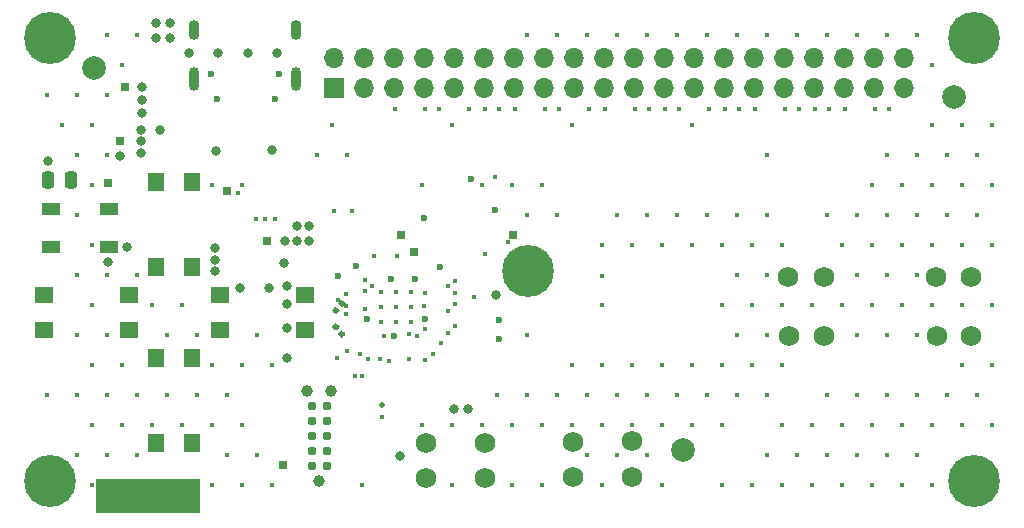
<source format=gbr>
%TF.GenerationSoftware,KiCad,Pcbnew,(6.0.6)*%
%TF.CreationDate,2022-07-20T13:38:39+10:00*%
%TF.ProjectId,SolderingInduction,536f6c64-6572-4696-9e67-496e64756374,3.5.0*%
%TF.SameCoordinates,Original*%
%TF.FileFunction,Soldermask,Top*%
%TF.FilePolarity,Negative*%
%FSLAX46Y46*%
G04 Gerber Fmt 4.6, Leading zero omitted, Abs format (unit mm)*
G04 Created by KiCad (PCBNEW (6.0.6)) date 2022-07-20 13:38:39*
%MOMM*%
%LPD*%
G01*
G04 APERTURE LIST*
G04 Aperture macros list*
%AMRoundRect*
0 Rectangle with rounded corners*
0 $1 Rounding radius*
0 $2 $3 $4 $5 $6 $7 $8 $9 X,Y pos of 4 corners*
0 Add a 4 corners polygon primitive as box body*
4,1,4,$2,$3,$4,$5,$6,$7,$8,$9,$2,$3,0*
0 Add four circle primitives for the rounded corners*
1,1,$1+$1,$2,$3*
1,1,$1+$1,$4,$5*
1,1,$1+$1,$6,$7*
1,1,$1+$1,$8,$9*
0 Add four rect primitives between the rounded corners*
20,1,$1+$1,$2,$3,$4,$5,0*
20,1,$1+$1,$4,$5,$6,$7,0*
20,1,$1+$1,$6,$7,$8,$9,0*
20,1,$1+$1,$8,$9,$2,$3,0*%
G04 Aperture macros list end*
%ADD10C,0.321747*%
%ADD11C,0.342468*%
%ADD12C,0.328828*%
%ADD13C,0.319200*%
%ADD14C,4.400000*%
%ADD15C,1.750000*%
%ADD16RoundRect,0.075000X-0.300000X-0.300000X0.300000X-0.300000X0.300000X0.300000X-0.300000X0.300000X0*%
%ADD17R,1.600000X1.400000*%
%ADD18C,2.000000*%
%ADD19RoundRect,0.250000X-0.250000X-0.475000X0.250000X-0.475000X0.250000X0.475000X-0.250000X0.475000X0*%
%ADD20R,1.400000X1.600000*%
%ADD21R,1.500000X1.000000*%
%ADD22RoundRect,0.075000X0.300000X-0.300000X0.300000X0.300000X-0.300000X0.300000X-0.300000X-0.300000X0*%
%ADD23C,0.990600*%
%ADD24C,0.787400*%
%ADD25R,1.700000X1.700000*%
%ADD26O,1.700000X1.700000*%
%ADD27C,0.600000*%
%ADD28O,0.900000X2.000000*%
%ADD29O,0.900000X1.700000*%
%ADD30C,0.800000*%
%ADD31C,0.450000*%
%ADD32C,0.508000*%
G04 APERTURE END LIST*
D10*
X27584473Y-27847476D02*
G75*
G03*
X27584473Y-27847476I-160873J0D01*
G01*
D11*
X27095286Y-25848983D02*
G75*
G03*
X27095286Y-25848983I-171234J0D01*
G01*
D12*
X27591498Y-25253439D02*
G75*
G03*
X27591498Y-25253439I-164414J0D01*
G01*
G36*
X6625000Y-43050000D02*
G01*
X15425000Y-43050000D01*
X15425000Y-40150000D01*
X6625000Y-40150000D01*
X6625000Y-43050000D01*
G37*
D13*
X27087984Y-27250540D02*
G75*
G03*
X27087984Y-27250540I-159600J0D01*
G01*
D14*
%TO.C,H2*%
X80975000Y-2800000D03*
%TD*%
D15*
%TO.C,SW8*%
X77775000Y-28050000D03*
X77725000Y-23050000D03*
X80725000Y-23050000D03*
X80725000Y-28050000D03*
%TD*%
D16*
%TO.C,TP3*%
X32425000Y-19450000D03*
%TD*%
D14*
%TO.C,H4*%
X2750000Y-40300000D03*
%TD*%
%TO.C,H3*%
X43225000Y-22550000D03*
%TD*%
D15*
%TO.C,SW7*%
X65275000Y-28050000D03*
X65225000Y-23050000D03*
X68225000Y-23050000D03*
X68225000Y-28050000D03*
%TD*%
D17*
%TO.C,SW1*%
X2225000Y-24550000D03*
X9425000Y-24550000D03*
X9425000Y-27550000D03*
X2225000Y-27550000D03*
%TD*%
D18*
%TO.C,FID2*%
X56325000Y-37650000D03*
%TD*%
D16*
%TO.C,TP12*%
X41945000Y-19460000D03*
%TD*%
D19*
%TO.C,C1*%
X2575000Y-14850000D03*
X4475000Y-14850000D03*
%TD*%
D14*
%TO.C,H5*%
X80975000Y-40300000D03*
%TD*%
D16*
%TO.C,TP11*%
X17725000Y-15750000D03*
%TD*%
D15*
%TO.C,SW6*%
X47025000Y-37000000D03*
X52025000Y-36950000D03*
X52025000Y-39950000D03*
X47025000Y-39950000D03*
%TD*%
D20*
%TO.C,SW2*%
X11725000Y-15000000D03*
X11725000Y-22200000D03*
X14725000Y-15000000D03*
X14725000Y-22200000D03*
%TD*%
D21*
%TO.C,LED1*%
X2775000Y-17250000D03*
X2775000Y-20450000D03*
X7675000Y-20450000D03*
X7675000Y-17250000D03*
%TD*%
D14*
%TO.C,H1*%
X2750000Y-2800000D03*
%TD*%
D16*
%TO.C,TP5*%
X7625000Y-15050000D03*
%TD*%
%TO.C,TP2*%
X22425000Y-38950000D03*
%TD*%
D20*
%TO.C,SW3*%
X11725000Y-37050000D03*
X11725000Y-29850000D03*
X14725000Y-37050000D03*
X14725000Y-29850000D03*
%TD*%
D22*
%TO.C,TP1*%
X33525000Y-20950000D03*
%TD*%
D18*
%TO.C,FID1*%
X79225000Y-7800000D03*
%TD*%
D17*
%TO.C,SW4*%
X17075000Y-24550000D03*
X24275000Y-24550000D03*
X17075000Y-27550000D03*
X24275000Y-27550000D03*
%TD*%
D16*
%TO.C,TP9*%
X21125000Y-19950000D03*
%TD*%
%TO.C,TP10*%
X8625000Y-11550000D03*
%TD*%
D23*
%TO.C,J2*%
X24509000Y-32640000D03*
X26541000Y-32640000D03*
X25525000Y-40260000D03*
D24*
X26160616Y-38989401D03*
X26160000Y-37720000D03*
X26160616Y-36449401D03*
X26160616Y-35179401D03*
X26160000Y-33910000D03*
X24890000Y-33910000D03*
X24890616Y-35179401D03*
X24890616Y-36449401D03*
X24890616Y-37719401D03*
X24890000Y-38990000D03*
%TD*%
D16*
%TO.C,TP8*%
X9045000Y-6960000D03*
%TD*%
D18*
%TO.C,FID3*%
X6475000Y-5300000D03*
%TD*%
D25*
%TO.C,J3*%
X26800000Y-7025000D03*
D26*
X26800000Y-4485000D03*
X29340000Y-7025000D03*
X29340000Y-4485000D03*
X31880000Y-7025000D03*
X31880000Y-4485000D03*
X34420000Y-7025000D03*
X34420000Y-4485000D03*
X36960000Y-7025000D03*
X36960000Y-4485000D03*
X39500000Y-7025000D03*
X39500000Y-4485000D03*
X42040000Y-7025000D03*
X42040000Y-4485000D03*
X44580000Y-7025000D03*
X44580000Y-4485000D03*
X47120000Y-7025000D03*
X47120000Y-4485000D03*
X49660000Y-7025000D03*
X49660000Y-4485000D03*
X52200000Y-7025000D03*
X52200000Y-4485000D03*
X54740000Y-7025000D03*
X54740000Y-4485000D03*
X57280000Y-7025000D03*
X57280000Y-4485000D03*
X59820000Y-7025000D03*
X59820000Y-4485000D03*
X62360000Y-7025000D03*
X62360000Y-4485000D03*
X64900000Y-7025000D03*
X64900000Y-4485000D03*
X67440000Y-7025000D03*
X67440000Y-4485000D03*
X69980000Y-7025000D03*
X69980000Y-4485000D03*
X72520000Y-7025000D03*
X72520000Y-4485000D03*
X75060000Y-7025000D03*
X75060000Y-4485000D03*
%TD*%
D15*
%TO.C,SW5*%
X39525000Y-37050000D03*
X34525000Y-37100000D03*
X39525000Y-40050000D03*
X34525000Y-40050000D03*
%TD*%
D27*
%TO.C,J1*%
X16335000Y-5825000D03*
X22115000Y-5825000D03*
D28*
X14905000Y-6305000D03*
D29*
X14905000Y-2135000D03*
X23545000Y-2135000D03*
D28*
X23545000Y-6305000D03*
%TD*%
D30*
X24625000Y-18750000D03*
D27*
X31805000Y-27990000D03*
D30*
X24625000Y-19950000D03*
D27*
X35725000Y-22160000D03*
X28585000Y-22130000D03*
X31625000Y-23170000D03*
X27125000Y-22970000D03*
X33600000Y-23175000D03*
D30*
X2525000Y-13250000D03*
D27*
X38325000Y-14750000D03*
D30*
X23625000Y-18750000D03*
D27*
X40425000Y-17380000D03*
D30*
X23625000Y-19950000D03*
X22625000Y-19950000D03*
D27*
X29515000Y-26570000D03*
X34465000Y-26570000D03*
D31*
X27775000Y-25447183D03*
X40745000Y-8775000D03*
D30*
X10475000Y-6950000D03*
X10475000Y-8050000D03*
X10475000Y-9150000D03*
D31*
X27862500Y-29262500D03*
X30625000Y-29950000D03*
X31000000Y-28025000D03*
X30825000Y-34850000D03*
D30*
X21975000Y-4050000D03*
X11650000Y-2800000D03*
D27*
X21800000Y-7925000D03*
D30*
X19475000Y-4050000D03*
X12900000Y-2800000D03*
X16975000Y-4050000D03*
D27*
X16825000Y-7975000D03*
D30*
X12900000Y-1550000D03*
X11650000Y-1550000D03*
X14475000Y-4050000D03*
D31*
X37025000Y-23350000D03*
X31400000Y-30125000D03*
X32125000Y-21250000D03*
X30125000Y-21250000D03*
X45645000Y-33030000D03*
X43110400Y-2547200D03*
X55805000Y-33030000D03*
X6275000Y-10170000D03*
X62155000Y-25410000D03*
X46915000Y-35570000D03*
X46915000Y-10170000D03*
X20245000Y-27950000D03*
X49455000Y-25410000D03*
X10085000Y-2550000D03*
X72315000Y-20330000D03*
X6275000Y-35570000D03*
X33272817Y-24302183D03*
X73585000Y-12710000D03*
X82475000Y-30490000D03*
X53270400Y-2547200D03*
X63425000Y-33030000D03*
X82475000Y-20330000D03*
X41835000Y-35570000D03*
X18975000Y-30490000D03*
X71045000Y-27950000D03*
X48190400Y-2547200D03*
X63425000Y-22870000D03*
X6275000Y-40650000D03*
X25325000Y-12710000D03*
X73585000Y-2550000D03*
X58345000Y-17790000D03*
X50730400Y-2547200D03*
X74855000Y-15250000D03*
X2465000Y-33030000D03*
X74855000Y-40650000D03*
X62155000Y-20330000D03*
X32002817Y-24302183D03*
D30*
X36945000Y-34180000D03*
D31*
X59615000Y-25410000D03*
D30*
X21225000Y-23950000D03*
D31*
X57075000Y-35570000D03*
D30*
X18825000Y-23950000D03*
D31*
X79935000Y-35570000D03*
X28275000Y-17450000D03*
X77395000Y-15250000D03*
X72315000Y-35570000D03*
X10085000Y-38110000D03*
X54535000Y-40650000D03*
X82475000Y-35570000D03*
X54535000Y-20330000D03*
X44375000Y-15250000D03*
X67235000Y-35570000D03*
X30732817Y-26842183D03*
X51995000Y-35570000D03*
X64695000Y-20330000D03*
X79935000Y-15250000D03*
X39295000Y-15250000D03*
X78665000Y-17790000D03*
X48185000Y-38110000D03*
X60885000Y-33030000D03*
X34215000Y-35570000D03*
X12625000Y-33030000D03*
X59615000Y-20330000D03*
X11355000Y-25410000D03*
X36755000Y-35570000D03*
X49455000Y-35570000D03*
X16435000Y-15250000D03*
X21515000Y-30490000D03*
X45650400Y-2547200D03*
X58345000Y-33030000D03*
X16435000Y-40650000D03*
X77395000Y-20330000D03*
X53265000Y-17790000D03*
X69775000Y-35570000D03*
X68515000Y-33030000D03*
X65965000Y-2550000D03*
D30*
X9225000Y-20450000D03*
D31*
X27025000Y-29850000D03*
X8815000Y-30490000D03*
X71045000Y-17790000D03*
X62155000Y-40650000D03*
X77395000Y-25410000D03*
D30*
X22525000Y-21850000D03*
D31*
X60885000Y-17790000D03*
X27865000Y-12710000D03*
D30*
X22825000Y-23750000D03*
D31*
X12625000Y-27950000D03*
X20925000Y-18100000D03*
X63425000Y-38110000D03*
X54535000Y-30490000D03*
X51995000Y-20330000D03*
X29125000Y-31400000D03*
X45645000Y-17790000D03*
X6275000Y-20330000D03*
X26595000Y-10170000D03*
X49455000Y-20330000D03*
X74855000Y-35570000D03*
X57075000Y-10170000D03*
X16435000Y-30490000D03*
X41835000Y-15250000D03*
X60885000Y-2550000D03*
X5005000Y-7630000D03*
X82475000Y-15250000D03*
X76125000Y-17790000D03*
X29135000Y-40650000D03*
X16435000Y-35570000D03*
X31900000Y-8775000D03*
X58350000Y-2550000D03*
X54535000Y-35570000D03*
X67235000Y-40650000D03*
X17705000Y-33030000D03*
X5005000Y-38110000D03*
X17705000Y-38110000D03*
X63425000Y-27950000D03*
X74855000Y-20330000D03*
X33272817Y-25572183D03*
X7555000Y-7630000D03*
X43105000Y-33030000D03*
X28525000Y-31400000D03*
X55805000Y-17790000D03*
X68505000Y-38110000D03*
X78665000Y-12710000D03*
D27*
X40750000Y-28300000D03*
D31*
X34215000Y-15250000D03*
X57075000Y-20330000D03*
X76125000Y-27950000D03*
X33125000Y-29950000D03*
X72315000Y-15250000D03*
X73585000Y-17790000D03*
D30*
X22825000Y-27350000D03*
D31*
X6275000Y-30490000D03*
X5005000Y-27950000D03*
X20245000Y-38110000D03*
X73585000Y-27950000D03*
X64695000Y-40650000D03*
X5005000Y-12710000D03*
D30*
X22825000Y-25350000D03*
D31*
X62155000Y-30490000D03*
X51995000Y-30490000D03*
X49455000Y-30490000D03*
X30732817Y-24302183D03*
X71045000Y-22870000D03*
X71055000Y-33030000D03*
X50725000Y-38110000D03*
X36755000Y-10170000D03*
X57075000Y-30490000D03*
X5005000Y-22870000D03*
X40425000Y-14600000D03*
X71045000Y-2550000D03*
D30*
X32350000Y-38150000D03*
D31*
X5005000Y-33030000D03*
D30*
X21550000Y-12300000D03*
D31*
X18975000Y-40650000D03*
X43105000Y-17790000D03*
X71045000Y-38110000D03*
X79935000Y-10170000D03*
X82475000Y-25410000D03*
D30*
X16800000Y-12400000D03*
D31*
X7545000Y-27950000D03*
X36755000Y-40650000D03*
X63425000Y-2550000D03*
X81205000Y-12710000D03*
X55810400Y-2547200D03*
X15165000Y-33030000D03*
X43105000Y-27950000D03*
X13895000Y-25410000D03*
X50725000Y-33030000D03*
X8815000Y-35570000D03*
X72315000Y-25410000D03*
X77395000Y-5090000D03*
X33272817Y-26842183D03*
X78675000Y-33030000D03*
X18975000Y-15250000D03*
X77395000Y-35570000D03*
X39295000Y-35570000D03*
X72315000Y-40650000D03*
X76125000Y-38110000D03*
X6275000Y-15250000D03*
X53265000Y-38110000D03*
X40565000Y-33030000D03*
X5005000Y-17790000D03*
X49455000Y-40650000D03*
X6275000Y-25410000D03*
D30*
X22825000Y-29850000D03*
D31*
X10085000Y-22870000D03*
X76135000Y-33030000D03*
X81215000Y-33030000D03*
X44375000Y-35570000D03*
X44375000Y-40650000D03*
D30*
X8650000Y-12800000D03*
D31*
X64695000Y-35570000D03*
X30732817Y-25572183D03*
X32002817Y-25572183D03*
X41835000Y-40650000D03*
X60885000Y-27950000D03*
X69775000Y-20330000D03*
X20125000Y-18100000D03*
X67235000Y-25410000D03*
X79935000Y-25410000D03*
X39525000Y-21050000D03*
X63425000Y-12710000D03*
D30*
X38125000Y-34180000D03*
D31*
X7545000Y-2550000D03*
X32002817Y-26842183D03*
D27*
X34350000Y-18025000D03*
D31*
X76125000Y-12710000D03*
X18975000Y-35570000D03*
X69775000Y-40650000D03*
X59615000Y-40650000D03*
X13895000Y-35570000D03*
X64695000Y-30490000D03*
D32*
X30825000Y-33850000D03*
D31*
X7545000Y-22870000D03*
X59615000Y-30490000D03*
X46915000Y-30490000D03*
X65965000Y-38110000D03*
X79935000Y-30490000D03*
D30*
X40475000Y-24550000D03*
D31*
X48185000Y-33030000D03*
X50725000Y-17790000D03*
X7545000Y-33030000D03*
X82475000Y-10170000D03*
X7545000Y-12710000D03*
X73595000Y-33030000D03*
X15165000Y-27950000D03*
D27*
X40750000Y-26650000D03*
D31*
X73585000Y-22870000D03*
X74855000Y-25410000D03*
X59615000Y-35570000D03*
X68505000Y-2550000D03*
X63425000Y-17790000D03*
X21725000Y-18100000D03*
X76125000Y-2550000D03*
X7545000Y-38110000D03*
X26725000Y-17450000D03*
X64695000Y-25410000D03*
X76125000Y-22870000D03*
X10085000Y-33030000D03*
X69775000Y-25410000D03*
X68505000Y-17790000D03*
D30*
X7625000Y-21750000D03*
D31*
X77395000Y-40650000D03*
X73585000Y-38110000D03*
X11355000Y-35570000D03*
X2465000Y-7630000D03*
X3735000Y-10170000D03*
X60885000Y-22870000D03*
X49415000Y-22960000D03*
X79935000Y-20330000D03*
X8815000Y-5090000D03*
X81205000Y-17790000D03*
X53265000Y-33030000D03*
X21515000Y-40650000D03*
X77395000Y-10170000D03*
X34440000Y-8775000D03*
X27775000Y-24497183D03*
X29350000Y-24247183D03*
X35665000Y-8775000D03*
X30000000Y-23772183D03*
X45825000Y-8775000D03*
X29350000Y-23297183D03*
X44600000Y-8775000D03*
X27775000Y-26172183D03*
X29350000Y-25775000D03*
X33125000Y-27850000D03*
X70000000Y-8775000D03*
X68685000Y-8775000D03*
X33825000Y-28050000D03*
X39520000Y-8775000D03*
X38205000Y-8775000D03*
X27125000Y-24972183D03*
X42060000Y-8775000D03*
X52220000Y-8775000D03*
X36425000Y-23750000D03*
X53445000Y-8775000D03*
X37025000Y-24350000D03*
X38625000Y-24750000D03*
X54760000Y-8775000D03*
X48365000Y-8775000D03*
X34425000Y-24350000D03*
X37025000Y-25350000D03*
X55985000Y-8775000D03*
X36450000Y-25875000D03*
X58525000Y-8775000D03*
X49680000Y-8775000D03*
X34410000Y-25480000D03*
X64920000Y-8775000D03*
X34425000Y-27450000D03*
X37025000Y-27200000D03*
X59840000Y-8775000D03*
X61065000Y-8775000D03*
X36425000Y-27750000D03*
X62380000Y-8775000D03*
X35825000Y-28650000D03*
X66145000Y-8775000D03*
X35125000Y-29550000D03*
X67460000Y-8775000D03*
X34425000Y-30050000D03*
X29625000Y-29950000D03*
X72540000Y-8775000D03*
X73765000Y-8775000D03*
X28925000Y-29550000D03*
X41525000Y-20050000D03*
D30*
X16725000Y-20550000D03*
X16725000Y-22550000D03*
X10425000Y-10550000D03*
X10425000Y-12550000D03*
X12025000Y-10550000D03*
X10425000Y-11550000D03*
X16725000Y-21550000D03*
D31*
X18625000Y-15950000D03*
M02*

</source>
